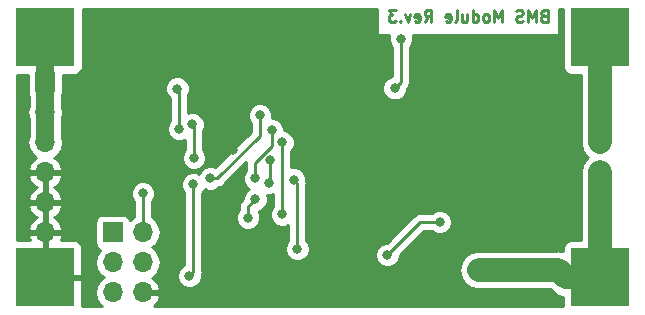
<source format=gbr>
G04 #@! TF.GenerationSoftware,KiCad,Pcbnew,(5.0.1)-3*
G04 #@! TF.CreationDate,2019-12-21T11:02:08-05:00*
G04 #@! TF.ProjectId,BMS Module,424D53204D6F64756C652E6B69636164,rev?*
G04 #@! TF.SameCoordinates,Original*
G04 #@! TF.FileFunction,Copper,L2,Bot,Signal*
G04 #@! TF.FilePolarity,Positive*
%FSLAX46Y46*%
G04 Gerber Fmt 4.6, Leading zero omitted, Abs format (unit mm)*
G04 Created by KiCad (PCBNEW (5.0.1)-3) date 12/21/2019 11:02:08 AM*
%MOMM*%
%LPD*%
G01*
G04 APERTURE LIST*
G04 #@! TA.AperFunction,NonConductor*
%ADD10C,0.250000*%
G04 #@! TD*
G04 #@! TA.AperFunction,ComponentPad*
%ADD11O,1.700000X1.700000*%
G04 #@! TD*
G04 #@! TA.AperFunction,ComponentPad*
%ADD12R,1.700000X1.700000*%
G04 #@! TD*
G04 #@! TA.AperFunction,SMDPad,CuDef*
%ADD13R,5.000000X5.000000*%
G04 #@! TD*
G04 #@! TA.AperFunction,ViaPad*
%ADD14C,0.800000*%
G04 #@! TD*
G04 #@! TA.AperFunction,Conductor*
%ADD15C,0.250000*%
G04 #@! TD*
G04 #@! TA.AperFunction,Conductor*
%ADD16C,1.500000*%
G04 #@! TD*
G04 #@! TA.AperFunction,Conductor*
%ADD17C,2.000000*%
G04 #@! TD*
G04 #@! TA.AperFunction,Conductor*
%ADD18C,0.254000*%
G04 #@! TD*
G04 APERTURE END LIST*
D10*
X141254952Y-71810571D02*
X141112095Y-71858190D01*
X141064476Y-71905809D01*
X141016857Y-72001047D01*
X141016857Y-72143904D01*
X141064476Y-72239142D01*
X141112095Y-72286761D01*
X141207333Y-72334380D01*
X141588285Y-72334380D01*
X141588285Y-71334380D01*
X141254952Y-71334380D01*
X141159714Y-71382000D01*
X141112095Y-71429619D01*
X141064476Y-71524857D01*
X141064476Y-71620095D01*
X141112095Y-71715333D01*
X141159714Y-71762952D01*
X141254952Y-71810571D01*
X141588285Y-71810571D01*
X140588285Y-72334380D02*
X140588285Y-71334380D01*
X140254952Y-72048666D01*
X139921619Y-71334380D01*
X139921619Y-72334380D01*
X139493047Y-72286761D02*
X139350190Y-72334380D01*
X139112095Y-72334380D01*
X139016857Y-72286761D01*
X138969238Y-72239142D01*
X138921619Y-72143904D01*
X138921619Y-72048666D01*
X138969238Y-71953428D01*
X139016857Y-71905809D01*
X139112095Y-71858190D01*
X139302571Y-71810571D01*
X139397809Y-71762952D01*
X139445428Y-71715333D01*
X139493047Y-71620095D01*
X139493047Y-71524857D01*
X139445428Y-71429619D01*
X139397809Y-71382000D01*
X139302571Y-71334380D01*
X139064476Y-71334380D01*
X138921619Y-71382000D01*
X137731142Y-72334380D02*
X137731142Y-71334380D01*
X137397809Y-72048666D01*
X137064476Y-71334380D01*
X137064476Y-72334380D01*
X136445428Y-72334380D02*
X136540666Y-72286761D01*
X136588285Y-72239142D01*
X136635904Y-72143904D01*
X136635904Y-71858190D01*
X136588285Y-71762952D01*
X136540666Y-71715333D01*
X136445428Y-71667714D01*
X136302571Y-71667714D01*
X136207333Y-71715333D01*
X136159714Y-71762952D01*
X136112095Y-71858190D01*
X136112095Y-72143904D01*
X136159714Y-72239142D01*
X136207333Y-72286761D01*
X136302571Y-72334380D01*
X136445428Y-72334380D01*
X135254952Y-72334380D02*
X135254952Y-71334380D01*
X135254952Y-72286761D02*
X135350190Y-72334380D01*
X135540666Y-72334380D01*
X135635904Y-72286761D01*
X135683523Y-72239142D01*
X135731142Y-72143904D01*
X135731142Y-71858190D01*
X135683523Y-71762952D01*
X135635904Y-71715333D01*
X135540666Y-71667714D01*
X135350190Y-71667714D01*
X135254952Y-71715333D01*
X134350190Y-71667714D02*
X134350190Y-72334380D01*
X134778761Y-71667714D02*
X134778761Y-72191523D01*
X134731142Y-72286761D01*
X134635904Y-72334380D01*
X134493047Y-72334380D01*
X134397809Y-72286761D01*
X134350190Y-72239142D01*
X133731142Y-72334380D02*
X133826380Y-72286761D01*
X133874000Y-72191523D01*
X133874000Y-71334380D01*
X132969238Y-72286761D02*
X133064476Y-72334380D01*
X133254952Y-72334380D01*
X133350190Y-72286761D01*
X133397809Y-72191523D01*
X133397809Y-71810571D01*
X133350190Y-71715333D01*
X133254952Y-71667714D01*
X133064476Y-71667714D01*
X132969238Y-71715333D01*
X132921619Y-71810571D01*
X132921619Y-71905809D01*
X133397809Y-72001047D01*
X131159714Y-72334380D02*
X131493047Y-71858190D01*
X131731142Y-72334380D02*
X131731142Y-71334380D01*
X131350190Y-71334380D01*
X131254952Y-71382000D01*
X131207333Y-71429619D01*
X131159714Y-71524857D01*
X131159714Y-71667714D01*
X131207333Y-71762952D01*
X131254952Y-71810571D01*
X131350190Y-71858190D01*
X131731142Y-71858190D01*
X130350190Y-72286761D02*
X130445428Y-72334380D01*
X130635904Y-72334380D01*
X130731142Y-72286761D01*
X130778761Y-72191523D01*
X130778761Y-71810571D01*
X130731142Y-71715333D01*
X130635904Y-71667714D01*
X130445428Y-71667714D01*
X130350190Y-71715333D01*
X130302571Y-71810571D01*
X130302571Y-71905809D01*
X130778761Y-72001047D01*
X129969238Y-71667714D02*
X129731142Y-72334380D01*
X129493047Y-71667714D01*
X129112095Y-72239142D02*
X129064476Y-72286761D01*
X129112095Y-72334380D01*
X129159714Y-72286761D01*
X129112095Y-72239142D01*
X129112095Y-72334380D01*
X128731142Y-71334380D02*
X128112095Y-71334380D01*
X128445428Y-71715333D01*
X128302571Y-71715333D01*
X128207333Y-71762952D01*
X128159714Y-71810571D01*
X128112095Y-71905809D01*
X128112095Y-72143904D01*
X128159714Y-72239142D01*
X128207333Y-72286761D01*
X128302571Y-72334380D01*
X128588285Y-72334380D01*
X128683523Y-72286761D01*
X128731142Y-72239142D01*
D11*
G04 #@! TO.P,J7,6*
G04 #@! TO.N,OUT-*
X146050000Y-90170000D03*
G04 #@! TO.P,J7,5*
X146050000Y-87630000D03*
G04 #@! TO.P,J7,4*
X146050000Y-85090000D03*
G04 #@! TO.P,J7,3*
G04 #@! TO.N,+5V*
X146050000Y-82550000D03*
G04 #@! TO.P,J7,2*
X146050000Y-80010000D03*
D12*
G04 #@! TO.P,J7,1*
X146050000Y-77470000D03*
G04 #@! TD*
G04 #@! TO.P,J2,1*
G04 #@! TO.N,BAT+*
X99060000Y-77470000D03*
D11*
G04 #@! TO.P,J2,2*
X99060000Y-80010000D03*
G04 #@! TO.P,J2,3*
X99060000Y-82550000D03*
G04 #@! TO.P,J2,4*
G04 #@! TO.N,GND*
X99060000Y-85090000D03*
G04 #@! TO.P,J2,5*
X99060000Y-87630000D03*
G04 #@! TO.P,J2,6*
X99060000Y-90170000D03*
G04 #@! TD*
D12*
G04 #@! TO.P,J5,1*
G04 #@! TO.N,/MISO*
X104775000Y-90170000D03*
D11*
G04 #@! TO.P,J5,2*
G04 #@! TO.N,VUSB*
X107315000Y-90170000D03*
G04 #@! TO.P,J5,3*
G04 #@! TO.N,/SCK*
X104775000Y-92710000D03*
G04 #@! TO.P,J5,4*
G04 #@! TO.N,/ACTIVE_INDICATOR*
X107315000Y-92710000D03*
G04 #@! TO.P,J5,5*
G04 #@! TO.N,/RST*
X104775000Y-95250000D03*
G04 #@! TO.P,J5,6*
G04 #@! TO.N,GND*
X107315000Y-95250000D03*
G04 #@! TD*
D13*
G04 #@! TO.P,J6,1*
G04 #@! TO.N,+5V*
X146050000Y-73660000D03*
G04 #@! TD*
G04 #@! TO.P,J3,1*
G04 #@! TO.N,GND*
X99060000Y-93980000D03*
G04 #@! TD*
G04 #@! TO.P,J1,1*
G04 #@! TO.N,BAT+*
X99060000Y-73660000D03*
G04 #@! TD*
G04 #@! TO.P,J8,1*
G04 #@! TO.N,OUT-*
X146050000Y-93980000D03*
G04 #@! TD*
D14*
G04 #@! TO.N,GND*
X122682000Y-94996000D03*
X113538000Y-94996000D03*
X114935000Y-83185000D03*
X104648000Y-74676000D03*
X109093000Y-76073000D03*
X105410000Y-86487000D03*
X108966000Y-86487000D03*
X112903000Y-75210002D03*
X130937000Y-95504000D03*
X136010000Y-95645000D03*
X137033000Y-95631000D03*
X138049000Y-95631000D03*
X140970000Y-90297000D03*
X131953000Y-85725000D03*
X131953000Y-86741000D03*
X131953000Y-87757000D03*
X136779000Y-74168000D03*
X121285000Y-71755000D03*
X122301000Y-71755000D03*
X126873000Y-75927000D03*
X126873000Y-86995000D03*
G04 #@! TO.N,VUSB*
X110363000Y-81407000D03*
X110236000Y-77984990D03*
X107315000Y-86868000D03*
G04 #@! TO.N,BAT+*
X111635158Y-83860148D03*
X111506000Y-81026000D03*
G04 #@! TO.N,BoostConv_IN*
X113030000Y-85598000D03*
X117221000Y-80264000D03*
G04 #@! TO.N,/SCK*
X119126000Y-82550000D03*
X119126000Y-88646000D03*
X116205000Y-88911237D03*
X116840000Y-87376000D03*
G04 #@! TO.N,+5V*
X116840000Y-85598000D03*
X118237000Y-81534000D03*
X111595010Y-86106000D03*
X111252000Y-93853000D03*
X128016000Y-92075000D03*
X132461000Y-89281000D03*
G04 #@! TO.N,Net-(R2-Pad2)*
X128629847Y-77956847D03*
X129159000Y-73787000D03*
G04 #@! TO.N,/MISO*
X118114653Y-84069347D03*
X117978347Y-85983653D03*
G04 #@! TO.N,OUT-*
X135763000Y-93345000D03*
X136779000Y-93345000D03*
X137795000Y-93345000D03*
G04 #@! TO.N,/ACTIVE_INDICATOR*
X120396000Y-91567000D03*
X120110382Y-85686258D03*
G04 #@! TD*
D15*
G04 #@! TO.N,VUSB*
X110363000Y-81407000D02*
X110363000Y-78111990D01*
X110363000Y-78111990D02*
X110236000Y-77984990D01*
X107315000Y-87433685D02*
X107315000Y-90170000D01*
X107315000Y-86868000D02*
X107315000Y-87433685D01*
D16*
G04 #@! TO.N,BAT+*
X99060000Y-82550000D02*
X99060000Y-73660000D01*
D15*
X111635158Y-83860148D02*
X111635158Y-81155158D01*
X111635158Y-81155158D02*
X111506000Y-81026000D01*
G04 #@! TO.N,BoostConv_IN*
X117221000Y-81972685D02*
X117221000Y-80264000D01*
X113030000Y-85598000D02*
X113595685Y-85598000D01*
X113595685Y-85598000D02*
X117221000Y-81972685D01*
G04 #@! TO.N,/SCK*
X119126000Y-82550000D02*
X119126000Y-88646000D01*
X116205000Y-88911237D02*
X116205000Y-88011000D01*
X116205000Y-88011000D02*
X116840000Y-87376000D01*
D17*
G04 #@! TO.N,+5V*
X146050000Y-82550000D02*
X146050000Y-73660000D01*
D15*
X118237000Y-82873998D02*
X118237000Y-81534000D01*
X116840000Y-85598000D02*
X116840000Y-84270998D01*
X116840000Y-84270998D02*
X118237000Y-82873998D01*
X111595010Y-86106000D02*
X111595010Y-93509990D01*
X111595010Y-93509990D02*
X111252000Y-93853000D01*
X128016000Y-92075000D02*
X130810000Y-89281000D01*
X130810000Y-89281000D02*
X132461000Y-89281000D01*
G04 #@! TO.N,Net-(R2-Pad2)*
X128629847Y-77956847D02*
X129159000Y-77427694D01*
X129159000Y-77427694D02*
X129159000Y-73787000D01*
G04 #@! TO.N,/MISO*
X118114653Y-84069347D02*
X118114653Y-85847347D01*
X118114653Y-85847347D02*
X117978347Y-85983653D01*
D17*
G04 #@! TO.N,OUT-*
X146050000Y-85090000D02*
X146050000Y-93980000D01*
X143129000Y-93980000D02*
X142494000Y-93345000D01*
X146050000Y-93980000D02*
X143129000Y-93980000D01*
X142494000Y-93345000D02*
X135763000Y-93345000D01*
D15*
G04 #@! TO.N,/ACTIVE_INDICATOR*
X120396000Y-91567000D02*
X120396000Y-85971876D01*
X120396000Y-85971876D02*
X120110382Y-85686258D01*
G04 #@! TD*
D18*
G04 #@! TO.N,GND*
G36*
X127161619Y-73484500D02*
X128164024Y-73484500D01*
X128124000Y-73581126D01*
X128124000Y-73992874D01*
X128281569Y-74373280D01*
X128399001Y-74490712D01*
X128399000Y-76932191D01*
X128043567Y-77079416D01*
X127752416Y-77370567D01*
X127594847Y-77750973D01*
X127594847Y-78162721D01*
X127752416Y-78543127D01*
X128043567Y-78834278D01*
X128423973Y-78991847D01*
X128835721Y-78991847D01*
X129216127Y-78834278D01*
X129507278Y-78543127D01*
X129664847Y-78162721D01*
X129664847Y-78003741D01*
X129706929Y-77975623D01*
X129749327Y-77912170D01*
X129749329Y-77912168D01*
X129838231Y-77779116D01*
X129874904Y-77724231D01*
X129919000Y-77502546D01*
X129919000Y-77502542D01*
X129933888Y-77427695D01*
X129919000Y-77352848D01*
X129919000Y-74490711D01*
X130036431Y-74373280D01*
X130194000Y-73992874D01*
X130194000Y-73581126D01*
X130153976Y-73484500D01*
X142586381Y-73484500D01*
X142586381Y-71247000D01*
X142902560Y-71247000D01*
X142902560Y-76160000D01*
X142951843Y-76407765D01*
X143092191Y-76617809D01*
X143302235Y-76758157D01*
X143550000Y-76807440D01*
X144415001Y-76807440D01*
X144415000Y-82711030D01*
X144509864Y-83187944D01*
X144871231Y-83728769D01*
X145007768Y-83820000D01*
X144871231Y-83911231D01*
X144509864Y-84452056D01*
X144415000Y-84928970D01*
X144415001Y-90832560D01*
X143550000Y-90832560D01*
X143302235Y-90881843D01*
X143092191Y-91022191D01*
X142951843Y-91232235D01*
X142902560Y-91480000D01*
X142902560Y-91759237D01*
X142655031Y-91710000D01*
X142655030Y-91710000D01*
X142494000Y-91677969D01*
X142332970Y-91710000D01*
X135601969Y-91710000D01*
X135125055Y-91804864D01*
X134584231Y-92166231D01*
X134222864Y-92707055D01*
X134095969Y-93345000D01*
X134222864Y-93982945D01*
X134584231Y-94523769D01*
X135125055Y-94885136D01*
X135601969Y-94980000D01*
X141816762Y-94980000D01*
X141859012Y-95022250D01*
X141950231Y-95158769D01*
X142491055Y-95520136D01*
X142902560Y-95601989D01*
X142902560Y-96393000D01*
X108243914Y-96393000D01*
X108586645Y-96016924D01*
X108756476Y-95606890D01*
X108635155Y-95377000D01*
X107442000Y-95377000D01*
X107442000Y-95397000D01*
X107188000Y-95397000D01*
X107188000Y-95377000D01*
X107168000Y-95377000D01*
X107168000Y-95123000D01*
X107188000Y-95123000D01*
X107188000Y-95103000D01*
X107442000Y-95103000D01*
X107442000Y-95123000D01*
X108635155Y-95123000D01*
X108756476Y-94893110D01*
X108586645Y-94483076D01*
X108196358Y-94054817D01*
X108066522Y-93993843D01*
X108385625Y-93780625D01*
X108474826Y-93647126D01*
X110217000Y-93647126D01*
X110217000Y-94058874D01*
X110374569Y-94439280D01*
X110665720Y-94730431D01*
X111046126Y-94888000D01*
X111457874Y-94888000D01*
X111838280Y-94730431D01*
X112129431Y-94439280D01*
X112287000Y-94058874D01*
X112287000Y-93842317D01*
X112310914Y-93806527D01*
X112355010Y-93584842D01*
X112355010Y-93584838D01*
X112369898Y-93509991D01*
X112355010Y-93435144D01*
X112355010Y-86809711D01*
X112472441Y-86692280D01*
X112544903Y-86517342D01*
X112824126Y-86633000D01*
X113235874Y-86633000D01*
X113616280Y-86475431D01*
X113749397Y-86342314D01*
X113892222Y-86313904D01*
X114143614Y-86145929D01*
X114186016Y-86082470D01*
X116081903Y-84186583D01*
X116065112Y-84270998D01*
X116080001Y-84345849D01*
X116080001Y-84894288D01*
X115962569Y-85011720D01*
X115805000Y-85392126D01*
X115805000Y-85803874D01*
X115962569Y-86184280D01*
X116253720Y-86475431D01*
X116281650Y-86487000D01*
X116253720Y-86498569D01*
X115962569Y-86789720D01*
X115805000Y-87170126D01*
X115805000Y-87336199D01*
X115720528Y-87420671D01*
X115657072Y-87463071D01*
X115614672Y-87526527D01*
X115614671Y-87526528D01*
X115489097Y-87714463D01*
X115430112Y-88011000D01*
X115445001Y-88085851D01*
X115445001Y-88207525D01*
X115327569Y-88324957D01*
X115170000Y-88705363D01*
X115170000Y-89117111D01*
X115327569Y-89497517D01*
X115618720Y-89788668D01*
X115999126Y-89946237D01*
X116410874Y-89946237D01*
X116791280Y-89788668D01*
X117082431Y-89497517D01*
X117240000Y-89117111D01*
X117240000Y-88705363D01*
X117107498Y-88385475D01*
X117426280Y-88253431D01*
X117717431Y-87962280D01*
X117875000Y-87581874D01*
X117875000Y-87170126D01*
X117812258Y-87018653D01*
X118184221Y-87018653D01*
X118366001Y-86943358D01*
X118366001Y-87942288D01*
X118248569Y-88059720D01*
X118091000Y-88440126D01*
X118091000Y-88851874D01*
X118248569Y-89232280D01*
X118539720Y-89523431D01*
X118920126Y-89681000D01*
X119331874Y-89681000D01*
X119636000Y-89555027D01*
X119636000Y-90863289D01*
X119518569Y-90980720D01*
X119361000Y-91361126D01*
X119361000Y-91772874D01*
X119518569Y-92153280D01*
X119809720Y-92444431D01*
X120190126Y-92602000D01*
X120601874Y-92602000D01*
X120982280Y-92444431D01*
X121273431Y-92153280D01*
X121391131Y-91869126D01*
X126981000Y-91869126D01*
X126981000Y-92280874D01*
X127138569Y-92661280D01*
X127429720Y-92952431D01*
X127810126Y-93110000D01*
X128221874Y-93110000D01*
X128602280Y-92952431D01*
X128893431Y-92661280D01*
X129051000Y-92280874D01*
X129051000Y-92114801D01*
X131124802Y-90041000D01*
X131757289Y-90041000D01*
X131874720Y-90158431D01*
X132255126Y-90316000D01*
X132666874Y-90316000D01*
X133047280Y-90158431D01*
X133338431Y-89867280D01*
X133496000Y-89486874D01*
X133496000Y-89075126D01*
X133338431Y-88694720D01*
X133047280Y-88403569D01*
X132666874Y-88246000D01*
X132255126Y-88246000D01*
X131874720Y-88403569D01*
X131757289Y-88521000D01*
X130884848Y-88521000D01*
X130810000Y-88506112D01*
X130735152Y-88521000D01*
X130735148Y-88521000D01*
X130561605Y-88555520D01*
X130513462Y-88565096D01*
X130352632Y-88672560D01*
X130262071Y-88733071D01*
X130219671Y-88796527D01*
X127976199Y-91040000D01*
X127810126Y-91040000D01*
X127429720Y-91197569D01*
X127138569Y-91488720D01*
X126981000Y-91869126D01*
X121391131Y-91869126D01*
X121431000Y-91772874D01*
X121431000Y-91361126D01*
X121273431Y-90980720D01*
X121156000Y-90863289D01*
X121156000Y-86046724D01*
X121170888Y-85971876D01*
X121156000Y-85897028D01*
X121156000Y-85897024D01*
X121145382Y-85843644D01*
X121145382Y-85480384D01*
X120987813Y-85099978D01*
X120696662Y-84808827D01*
X120316256Y-84651258D01*
X119904508Y-84651258D01*
X119886000Y-84658924D01*
X119886000Y-83253711D01*
X120003431Y-83136280D01*
X120161000Y-82755874D01*
X120161000Y-82344126D01*
X120003431Y-81963720D01*
X119712280Y-81672569D01*
X119331874Y-81515000D01*
X119272000Y-81515000D01*
X119272000Y-81328126D01*
X119114431Y-80947720D01*
X118823280Y-80656569D01*
X118442874Y-80499000D01*
X118243936Y-80499000D01*
X118256000Y-80469874D01*
X118256000Y-80058126D01*
X118098431Y-79677720D01*
X117807280Y-79386569D01*
X117426874Y-79229000D01*
X117015126Y-79229000D01*
X116634720Y-79386569D01*
X116343569Y-79677720D01*
X116186000Y-80058126D01*
X116186000Y-80469874D01*
X116343569Y-80850280D01*
X116461001Y-80967712D01*
X116461000Y-81657883D01*
X113462155Y-84656729D01*
X113235874Y-84563000D01*
X112824126Y-84563000D01*
X112443720Y-84720569D01*
X112152569Y-85011720D01*
X112080107Y-85186658D01*
X111800884Y-85071000D01*
X111389136Y-85071000D01*
X111008730Y-85228569D01*
X110717579Y-85519720D01*
X110560010Y-85900126D01*
X110560010Y-86311874D01*
X110717579Y-86692280D01*
X110835010Y-86809711D01*
X110835011Y-92905447D01*
X110665720Y-92975569D01*
X110374569Y-93266720D01*
X110217000Y-93647126D01*
X108474826Y-93647126D01*
X108713839Y-93289418D01*
X108829092Y-92710000D01*
X108713839Y-92130582D01*
X108385625Y-91639375D01*
X108087239Y-91440000D01*
X108385625Y-91240625D01*
X108713839Y-90749418D01*
X108829092Y-90170000D01*
X108713839Y-89590582D01*
X108385625Y-89099375D01*
X108075000Y-88891822D01*
X108075000Y-87571711D01*
X108192431Y-87454280D01*
X108350000Y-87073874D01*
X108350000Y-86662126D01*
X108192431Y-86281720D01*
X107901280Y-85990569D01*
X107520874Y-85833000D01*
X107109126Y-85833000D01*
X106728720Y-85990569D01*
X106437569Y-86281720D01*
X106280000Y-86662126D01*
X106280000Y-87073874D01*
X106437569Y-87454280D01*
X106555000Y-87571711D01*
X106555001Y-88891822D01*
X106244375Y-89099375D01*
X106232184Y-89117619D01*
X106223157Y-89072235D01*
X106082809Y-88862191D01*
X105872765Y-88721843D01*
X105625000Y-88672560D01*
X103925000Y-88672560D01*
X103677235Y-88721843D01*
X103467191Y-88862191D01*
X103326843Y-89072235D01*
X103277560Y-89320000D01*
X103277560Y-91020000D01*
X103326843Y-91267765D01*
X103467191Y-91477809D01*
X103677235Y-91618157D01*
X103722619Y-91627184D01*
X103704375Y-91639375D01*
X103376161Y-92130582D01*
X103260908Y-92710000D01*
X103376161Y-93289418D01*
X103704375Y-93780625D01*
X104002761Y-93980000D01*
X103704375Y-94179375D01*
X103376161Y-94670582D01*
X103260908Y-95250000D01*
X103376161Y-95829418D01*
X103704375Y-96320625D01*
X103812692Y-96393000D01*
X102195000Y-96393000D01*
X102195000Y-94265750D01*
X102036250Y-94107000D01*
X99187000Y-94107000D01*
X99187000Y-94127000D01*
X98933000Y-94127000D01*
X98933000Y-94107000D01*
X98913000Y-94107000D01*
X98913000Y-93853000D01*
X98933000Y-93853000D01*
X98933000Y-90297000D01*
X99187000Y-90297000D01*
X99187000Y-93853000D01*
X102036250Y-93853000D01*
X102195000Y-93694250D01*
X102195000Y-91353690D01*
X102098327Y-91120301D01*
X101919698Y-90941673D01*
X101686309Y-90845000D01*
X100369719Y-90845000D01*
X100501476Y-90526890D01*
X100380155Y-90297000D01*
X99187000Y-90297000D01*
X98933000Y-90297000D01*
X97739845Y-90297000D01*
X97618524Y-90526890D01*
X97750281Y-90845000D01*
X96647000Y-90845000D01*
X96647000Y-87986890D01*
X97618524Y-87986890D01*
X97788355Y-88396924D01*
X98178642Y-88825183D01*
X98337954Y-88900000D01*
X98178642Y-88974817D01*
X97788355Y-89403076D01*
X97618524Y-89813110D01*
X97739845Y-90043000D01*
X98933000Y-90043000D01*
X98933000Y-87757000D01*
X99187000Y-87757000D01*
X99187000Y-90043000D01*
X100380155Y-90043000D01*
X100501476Y-89813110D01*
X100331645Y-89403076D01*
X99941358Y-88974817D01*
X99782046Y-88900000D01*
X99941358Y-88825183D01*
X100331645Y-88396924D01*
X100501476Y-87986890D01*
X100380155Y-87757000D01*
X99187000Y-87757000D01*
X98933000Y-87757000D01*
X97739845Y-87757000D01*
X97618524Y-87986890D01*
X96647000Y-87986890D01*
X96647000Y-85446890D01*
X97618524Y-85446890D01*
X97788355Y-85856924D01*
X98178642Y-86285183D01*
X98337954Y-86360000D01*
X98178642Y-86434817D01*
X97788355Y-86863076D01*
X97618524Y-87273110D01*
X97739845Y-87503000D01*
X98933000Y-87503000D01*
X98933000Y-85217000D01*
X99187000Y-85217000D01*
X99187000Y-87503000D01*
X100380155Y-87503000D01*
X100501476Y-87273110D01*
X100331645Y-86863076D01*
X99941358Y-86434817D01*
X99782046Y-86360000D01*
X99941358Y-86285183D01*
X100331645Y-85856924D01*
X100501476Y-85446890D01*
X100380155Y-85217000D01*
X99187000Y-85217000D01*
X98933000Y-85217000D01*
X97739845Y-85217000D01*
X97618524Y-85446890D01*
X96647000Y-85446890D01*
X96647000Y-76807440D01*
X97562560Y-76807440D01*
X97562560Y-78320000D01*
X97611843Y-78567765D01*
X97675000Y-78662286D01*
X97675000Y-79409870D01*
X97661161Y-79430582D01*
X97545908Y-80010000D01*
X97661161Y-80589418D01*
X97675000Y-80610130D01*
X97675000Y-81949870D01*
X97661161Y-81970582D01*
X97545908Y-82550000D01*
X97661161Y-83129418D01*
X97989375Y-83620625D01*
X98308478Y-83833843D01*
X98178642Y-83894817D01*
X97788355Y-84323076D01*
X97618524Y-84733110D01*
X97739845Y-84963000D01*
X98933000Y-84963000D01*
X98933000Y-84943000D01*
X99187000Y-84943000D01*
X99187000Y-84963000D01*
X100380155Y-84963000D01*
X100501476Y-84733110D01*
X100331645Y-84323076D01*
X99941358Y-83894817D01*
X99811522Y-83833843D01*
X100130625Y-83620625D01*
X100458839Y-83129418D01*
X100574092Y-82550000D01*
X100458839Y-81970582D01*
X100445000Y-81949870D01*
X100445000Y-80610130D01*
X100458839Y-80589418D01*
X100574092Y-80010000D01*
X100458839Y-79430582D01*
X100445000Y-79409870D01*
X100445000Y-78662285D01*
X100508157Y-78567765D01*
X100557440Y-78320000D01*
X100557440Y-77779116D01*
X109201000Y-77779116D01*
X109201000Y-78190864D01*
X109358569Y-78571270D01*
X109603001Y-78815702D01*
X109603000Y-80703289D01*
X109485569Y-80820720D01*
X109328000Y-81201126D01*
X109328000Y-81612874D01*
X109485569Y-81993280D01*
X109776720Y-82284431D01*
X110157126Y-82442000D01*
X110568874Y-82442000D01*
X110875159Y-82315133D01*
X110875158Y-83156437D01*
X110757727Y-83273868D01*
X110600158Y-83654274D01*
X110600158Y-84066022D01*
X110757727Y-84446428D01*
X111048878Y-84737579D01*
X111429284Y-84895148D01*
X111841032Y-84895148D01*
X112221438Y-84737579D01*
X112512589Y-84446428D01*
X112670158Y-84066022D01*
X112670158Y-83654274D01*
X112512589Y-83273868D01*
X112395158Y-83156437D01*
X112395158Y-81583968D01*
X112541000Y-81231874D01*
X112541000Y-80820126D01*
X112383431Y-80439720D01*
X112092280Y-80148569D01*
X111711874Y-79991000D01*
X111300126Y-79991000D01*
X111123000Y-80064368D01*
X111123000Y-78548168D01*
X111271000Y-78190864D01*
X111271000Y-77779116D01*
X111113431Y-77398710D01*
X110822280Y-77107559D01*
X110441874Y-76949990D01*
X110030126Y-76949990D01*
X109649720Y-77107559D01*
X109358569Y-77398710D01*
X109201000Y-77779116D01*
X100557440Y-77779116D01*
X100557440Y-76807440D01*
X101560000Y-76807440D01*
X101807765Y-76758157D01*
X102017809Y-76617809D01*
X102158157Y-76407765D01*
X102207440Y-76160000D01*
X102207440Y-71247000D01*
X127161619Y-71247000D01*
X127161619Y-73484500D01*
X127161619Y-73484500D01*
G37*
X127161619Y-73484500D02*
X128164024Y-73484500D01*
X128124000Y-73581126D01*
X128124000Y-73992874D01*
X128281569Y-74373280D01*
X128399001Y-74490712D01*
X128399000Y-76932191D01*
X128043567Y-77079416D01*
X127752416Y-77370567D01*
X127594847Y-77750973D01*
X127594847Y-78162721D01*
X127752416Y-78543127D01*
X128043567Y-78834278D01*
X128423973Y-78991847D01*
X128835721Y-78991847D01*
X129216127Y-78834278D01*
X129507278Y-78543127D01*
X129664847Y-78162721D01*
X129664847Y-78003741D01*
X129706929Y-77975623D01*
X129749327Y-77912170D01*
X129749329Y-77912168D01*
X129838231Y-77779116D01*
X129874904Y-77724231D01*
X129919000Y-77502546D01*
X129919000Y-77502542D01*
X129933888Y-77427695D01*
X129919000Y-77352848D01*
X129919000Y-74490711D01*
X130036431Y-74373280D01*
X130194000Y-73992874D01*
X130194000Y-73581126D01*
X130153976Y-73484500D01*
X142586381Y-73484500D01*
X142586381Y-71247000D01*
X142902560Y-71247000D01*
X142902560Y-76160000D01*
X142951843Y-76407765D01*
X143092191Y-76617809D01*
X143302235Y-76758157D01*
X143550000Y-76807440D01*
X144415001Y-76807440D01*
X144415000Y-82711030D01*
X144509864Y-83187944D01*
X144871231Y-83728769D01*
X145007768Y-83820000D01*
X144871231Y-83911231D01*
X144509864Y-84452056D01*
X144415000Y-84928970D01*
X144415001Y-90832560D01*
X143550000Y-90832560D01*
X143302235Y-90881843D01*
X143092191Y-91022191D01*
X142951843Y-91232235D01*
X142902560Y-91480000D01*
X142902560Y-91759237D01*
X142655031Y-91710000D01*
X142655030Y-91710000D01*
X142494000Y-91677969D01*
X142332970Y-91710000D01*
X135601969Y-91710000D01*
X135125055Y-91804864D01*
X134584231Y-92166231D01*
X134222864Y-92707055D01*
X134095969Y-93345000D01*
X134222864Y-93982945D01*
X134584231Y-94523769D01*
X135125055Y-94885136D01*
X135601969Y-94980000D01*
X141816762Y-94980000D01*
X141859012Y-95022250D01*
X141950231Y-95158769D01*
X142491055Y-95520136D01*
X142902560Y-95601989D01*
X142902560Y-96393000D01*
X108243914Y-96393000D01*
X108586645Y-96016924D01*
X108756476Y-95606890D01*
X108635155Y-95377000D01*
X107442000Y-95377000D01*
X107442000Y-95397000D01*
X107188000Y-95397000D01*
X107188000Y-95377000D01*
X107168000Y-95377000D01*
X107168000Y-95123000D01*
X107188000Y-95123000D01*
X107188000Y-95103000D01*
X107442000Y-95103000D01*
X107442000Y-95123000D01*
X108635155Y-95123000D01*
X108756476Y-94893110D01*
X108586645Y-94483076D01*
X108196358Y-94054817D01*
X108066522Y-93993843D01*
X108385625Y-93780625D01*
X108474826Y-93647126D01*
X110217000Y-93647126D01*
X110217000Y-94058874D01*
X110374569Y-94439280D01*
X110665720Y-94730431D01*
X111046126Y-94888000D01*
X111457874Y-94888000D01*
X111838280Y-94730431D01*
X112129431Y-94439280D01*
X112287000Y-94058874D01*
X112287000Y-93842317D01*
X112310914Y-93806527D01*
X112355010Y-93584842D01*
X112355010Y-93584838D01*
X112369898Y-93509991D01*
X112355010Y-93435144D01*
X112355010Y-86809711D01*
X112472441Y-86692280D01*
X112544903Y-86517342D01*
X112824126Y-86633000D01*
X113235874Y-86633000D01*
X113616280Y-86475431D01*
X113749397Y-86342314D01*
X113892222Y-86313904D01*
X114143614Y-86145929D01*
X114186016Y-86082470D01*
X116081903Y-84186583D01*
X116065112Y-84270998D01*
X116080001Y-84345849D01*
X116080001Y-84894288D01*
X115962569Y-85011720D01*
X115805000Y-85392126D01*
X115805000Y-85803874D01*
X115962569Y-86184280D01*
X116253720Y-86475431D01*
X116281650Y-86487000D01*
X116253720Y-86498569D01*
X115962569Y-86789720D01*
X115805000Y-87170126D01*
X115805000Y-87336199D01*
X115720528Y-87420671D01*
X115657072Y-87463071D01*
X115614672Y-87526527D01*
X115614671Y-87526528D01*
X115489097Y-87714463D01*
X115430112Y-88011000D01*
X115445001Y-88085851D01*
X115445001Y-88207525D01*
X115327569Y-88324957D01*
X115170000Y-88705363D01*
X115170000Y-89117111D01*
X115327569Y-89497517D01*
X115618720Y-89788668D01*
X115999126Y-89946237D01*
X116410874Y-89946237D01*
X116791280Y-89788668D01*
X117082431Y-89497517D01*
X117240000Y-89117111D01*
X117240000Y-88705363D01*
X117107498Y-88385475D01*
X117426280Y-88253431D01*
X117717431Y-87962280D01*
X117875000Y-87581874D01*
X117875000Y-87170126D01*
X117812258Y-87018653D01*
X118184221Y-87018653D01*
X118366001Y-86943358D01*
X118366001Y-87942288D01*
X118248569Y-88059720D01*
X118091000Y-88440126D01*
X118091000Y-88851874D01*
X118248569Y-89232280D01*
X118539720Y-89523431D01*
X118920126Y-89681000D01*
X119331874Y-89681000D01*
X119636000Y-89555027D01*
X119636000Y-90863289D01*
X119518569Y-90980720D01*
X119361000Y-91361126D01*
X119361000Y-91772874D01*
X119518569Y-92153280D01*
X119809720Y-92444431D01*
X120190126Y-92602000D01*
X120601874Y-92602000D01*
X120982280Y-92444431D01*
X121273431Y-92153280D01*
X121391131Y-91869126D01*
X126981000Y-91869126D01*
X126981000Y-92280874D01*
X127138569Y-92661280D01*
X127429720Y-92952431D01*
X127810126Y-93110000D01*
X128221874Y-93110000D01*
X128602280Y-92952431D01*
X128893431Y-92661280D01*
X129051000Y-92280874D01*
X129051000Y-92114801D01*
X131124802Y-90041000D01*
X131757289Y-90041000D01*
X131874720Y-90158431D01*
X132255126Y-90316000D01*
X132666874Y-90316000D01*
X133047280Y-90158431D01*
X133338431Y-89867280D01*
X133496000Y-89486874D01*
X133496000Y-89075126D01*
X133338431Y-88694720D01*
X133047280Y-88403569D01*
X132666874Y-88246000D01*
X132255126Y-88246000D01*
X131874720Y-88403569D01*
X131757289Y-88521000D01*
X130884848Y-88521000D01*
X130810000Y-88506112D01*
X130735152Y-88521000D01*
X130735148Y-88521000D01*
X130561605Y-88555520D01*
X130513462Y-88565096D01*
X130352632Y-88672560D01*
X130262071Y-88733071D01*
X130219671Y-88796527D01*
X127976199Y-91040000D01*
X127810126Y-91040000D01*
X127429720Y-91197569D01*
X127138569Y-91488720D01*
X126981000Y-91869126D01*
X121391131Y-91869126D01*
X121431000Y-91772874D01*
X121431000Y-91361126D01*
X121273431Y-90980720D01*
X121156000Y-90863289D01*
X121156000Y-86046724D01*
X121170888Y-85971876D01*
X121156000Y-85897028D01*
X121156000Y-85897024D01*
X121145382Y-85843644D01*
X121145382Y-85480384D01*
X120987813Y-85099978D01*
X120696662Y-84808827D01*
X120316256Y-84651258D01*
X119904508Y-84651258D01*
X119886000Y-84658924D01*
X119886000Y-83253711D01*
X120003431Y-83136280D01*
X120161000Y-82755874D01*
X120161000Y-82344126D01*
X120003431Y-81963720D01*
X119712280Y-81672569D01*
X119331874Y-81515000D01*
X119272000Y-81515000D01*
X119272000Y-81328126D01*
X119114431Y-80947720D01*
X118823280Y-80656569D01*
X118442874Y-80499000D01*
X118243936Y-80499000D01*
X118256000Y-80469874D01*
X118256000Y-80058126D01*
X118098431Y-79677720D01*
X117807280Y-79386569D01*
X117426874Y-79229000D01*
X117015126Y-79229000D01*
X116634720Y-79386569D01*
X116343569Y-79677720D01*
X116186000Y-80058126D01*
X116186000Y-80469874D01*
X116343569Y-80850280D01*
X116461001Y-80967712D01*
X116461000Y-81657883D01*
X113462155Y-84656729D01*
X113235874Y-84563000D01*
X112824126Y-84563000D01*
X112443720Y-84720569D01*
X112152569Y-85011720D01*
X112080107Y-85186658D01*
X111800884Y-85071000D01*
X111389136Y-85071000D01*
X111008730Y-85228569D01*
X110717579Y-85519720D01*
X110560010Y-85900126D01*
X110560010Y-86311874D01*
X110717579Y-86692280D01*
X110835010Y-86809711D01*
X110835011Y-92905447D01*
X110665720Y-92975569D01*
X110374569Y-93266720D01*
X110217000Y-93647126D01*
X108474826Y-93647126D01*
X108713839Y-93289418D01*
X108829092Y-92710000D01*
X108713839Y-92130582D01*
X108385625Y-91639375D01*
X108087239Y-91440000D01*
X108385625Y-91240625D01*
X108713839Y-90749418D01*
X108829092Y-90170000D01*
X108713839Y-89590582D01*
X108385625Y-89099375D01*
X108075000Y-88891822D01*
X108075000Y-87571711D01*
X108192431Y-87454280D01*
X108350000Y-87073874D01*
X108350000Y-86662126D01*
X108192431Y-86281720D01*
X107901280Y-85990569D01*
X107520874Y-85833000D01*
X107109126Y-85833000D01*
X106728720Y-85990569D01*
X106437569Y-86281720D01*
X106280000Y-86662126D01*
X106280000Y-87073874D01*
X106437569Y-87454280D01*
X106555000Y-87571711D01*
X106555001Y-88891822D01*
X106244375Y-89099375D01*
X106232184Y-89117619D01*
X106223157Y-89072235D01*
X106082809Y-88862191D01*
X105872765Y-88721843D01*
X105625000Y-88672560D01*
X103925000Y-88672560D01*
X103677235Y-88721843D01*
X103467191Y-88862191D01*
X103326843Y-89072235D01*
X103277560Y-89320000D01*
X103277560Y-91020000D01*
X103326843Y-91267765D01*
X103467191Y-91477809D01*
X103677235Y-91618157D01*
X103722619Y-91627184D01*
X103704375Y-91639375D01*
X103376161Y-92130582D01*
X103260908Y-92710000D01*
X103376161Y-93289418D01*
X103704375Y-93780625D01*
X104002761Y-93980000D01*
X103704375Y-94179375D01*
X103376161Y-94670582D01*
X103260908Y-95250000D01*
X103376161Y-95829418D01*
X103704375Y-96320625D01*
X103812692Y-96393000D01*
X102195000Y-96393000D01*
X102195000Y-94265750D01*
X102036250Y-94107000D01*
X99187000Y-94107000D01*
X99187000Y-94127000D01*
X98933000Y-94127000D01*
X98933000Y-94107000D01*
X98913000Y-94107000D01*
X98913000Y-93853000D01*
X98933000Y-93853000D01*
X98933000Y-90297000D01*
X99187000Y-90297000D01*
X99187000Y-93853000D01*
X102036250Y-93853000D01*
X102195000Y-93694250D01*
X102195000Y-91353690D01*
X102098327Y-91120301D01*
X101919698Y-90941673D01*
X101686309Y-90845000D01*
X100369719Y-90845000D01*
X100501476Y-90526890D01*
X100380155Y-90297000D01*
X99187000Y-90297000D01*
X98933000Y-90297000D01*
X97739845Y-90297000D01*
X97618524Y-90526890D01*
X97750281Y-90845000D01*
X96647000Y-90845000D01*
X96647000Y-87986890D01*
X97618524Y-87986890D01*
X97788355Y-88396924D01*
X98178642Y-88825183D01*
X98337954Y-88900000D01*
X98178642Y-88974817D01*
X97788355Y-89403076D01*
X97618524Y-89813110D01*
X97739845Y-90043000D01*
X98933000Y-90043000D01*
X98933000Y-87757000D01*
X99187000Y-87757000D01*
X99187000Y-90043000D01*
X100380155Y-90043000D01*
X100501476Y-89813110D01*
X100331645Y-89403076D01*
X99941358Y-88974817D01*
X99782046Y-88900000D01*
X99941358Y-88825183D01*
X100331645Y-88396924D01*
X100501476Y-87986890D01*
X100380155Y-87757000D01*
X99187000Y-87757000D01*
X98933000Y-87757000D01*
X97739845Y-87757000D01*
X97618524Y-87986890D01*
X96647000Y-87986890D01*
X96647000Y-85446890D01*
X97618524Y-85446890D01*
X97788355Y-85856924D01*
X98178642Y-86285183D01*
X98337954Y-86360000D01*
X98178642Y-86434817D01*
X97788355Y-86863076D01*
X97618524Y-87273110D01*
X97739845Y-87503000D01*
X98933000Y-87503000D01*
X98933000Y-85217000D01*
X99187000Y-85217000D01*
X99187000Y-87503000D01*
X100380155Y-87503000D01*
X100501476Y-87273110D01*
X100331645Y-86863076D01*
X99941358Y-86434817D01*
X99782046Y-86360000D01*
X99941358Y-86285183D01*
X100331645Y-85856924D01*
X100501476Y-85446890D01*
X100380155Y-85217000D01*
X99187000Y-85217000D01*
X98933000Y-85217000D01*
X97739845Y-85217000D01*
X97618524Y-85446890D01*
X96647000Y-85446890D01*
X96647000Y-76807440D01*
X97562560Y-76807440D01*
X97562560Y-78320000D01*
X97611843Y-78567765D01*
X97675000Y-78662286D01*
X97675000Y-79409870D01*
X97661161Y-79430582D01*
X97545908Y-80010000D01*
X97661161Y-80589418D01*
X97675000Y-80610130D01*
X97675000Y-81949870D01*
X97661161Y-81970582D01*
X97545908Y-82550000D01*
X97661161Y-83129418D01*
X97989375Y-83620625D01*
X98308478Y-83833843D01*
X98178642Y-83894817D01*
X97788355Y-84323076D01*
X97618524Y-84733110D01*
X97739845Y-84963000D01*
X98933000Y-84963000D01*
X98933000Y-84943000D01*
X99187000Y-84943000D01*
X99187000Y-84963000D01*
X100380155Y-84963000D01*
X100501476Y-84733110D01*
X100331645Y-84323076D01*
X99941358Y-83894817D01*
X99811522Y-83833843D01*
X100130625Y-83620625D01*
X100458839Y-83129418D01*
X100574092Y-82550000D01*
X100458839Y-81970582D01*
X100445000Y-81949870D01*
X100445000Y-80610130D01*
X100458839Y-80589418D01*
X100574092Y-80010000D01*
X100458839Y-79430582D01*
X100445000Y-79409870D01*
X100445000Y-78662285D01*
X100508157Y-78567765D01*
X100557440Y-78320000D01*
X100557440Y-77779116D01*
X109201000Y-77779116D01*
X109201000Y-78190864D01*
X109358569Y-78571270D01*
X109603001Y-78815702D01*
X109603000Y-80703289D01*
X109485569Y-80820720D01*
X109328000Y-81201126D01*
X109328000Y-81612874D01*
X109485569Y-81993280D01*
X109776720Y-82284431D01*
X110157126Y-82442000D01*
X110568874Y-82442000D01*
X110875159Y-82315133D01*
X110875158Y-83156437D01*
X110757727Y-83273868D01*
X110600158Y-83654274D01*
X110600158Y-84066022D01*
X110757727Y-84446428D01*
X111048878Y-84737579D01*
X111429284Y-84895148D01*
X111841032Y-84895148D01*
X112221438Y-84737579D01*
X112512589Y-84446428D01*
X112670158Y-84066022D01*
X112670158Y-83654274D01*
X112512589Y-83273868D01*
X112395158Y-83156437D01*
X112395158Y-81583968D01*
X112541000Y-81231874D01*
X112541000Y-80820126D01*
X112383431Y-80439720D01*
X112092280Y-80148569D01*
X111711874Y-79991000D01*
X111300126Y-79991000D01*
X111123000Y-80064368D01*
X111123000Y-78548168D01*
X111271000Y-78190864D01*
X111271000Y-77779116D01*
X111113431Y-77398710D01*
X110822280Y-77107559D01*
X110441874Y-76949990D01*
X110030126Y-76949990D01*
X109649720Y-77107559D01*
X109358569Y-77398710D01*
X109201000Y-77779116D01*
X100557440Y-77779116D01*
X100557440Y-76807440D01*
X101560000Y-76807440D01*
X101807765Y-76758157D01*
X102017809Y-76617809D01*
X102158157Y-76407765D01*
X102207440Y-76160000D01*
X102207440Y-71247000D01*
X127161619Y-71247000D01*
X127161619Y-73484500D01*
G04 #@! TD*
M02*

</source>
